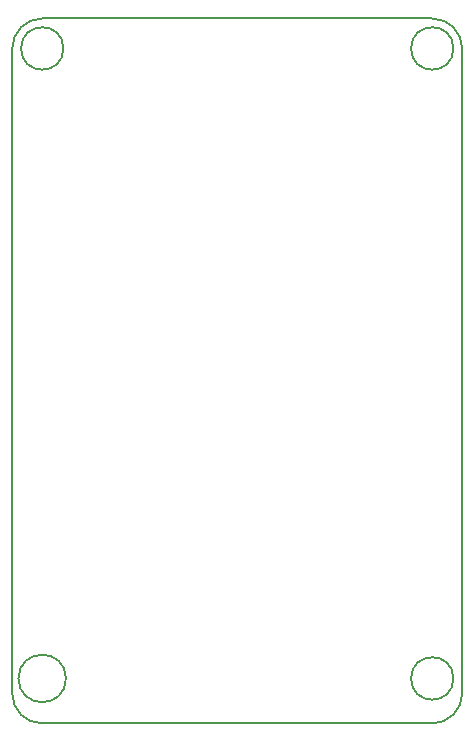
<source format=gbr>
G04 #@! TF.FileFunction,Profile,NP*
%FSLAX46Y46*%
G04 Gerber Fmt 4.6, Leading zero omitted, Abs format (unit mm)*
G04 Created by KiCad (PCBNEW 4.0.4-stable) date 07/08/18 17:05:10*
%MOMM*%
%LPD*%
G01*
G04 APERTURE LIST*
%ADD10C,0.100000*%
%ADD11C,0.150000*%
G04 APERTURE END LIST*
D10*
D11*
X116308046Y-129540000D02*
G75*
G03X116308046Y-129540000I-2008046J0D01*
G01*
X149116051Y-129540000D02*
G75*
G03X149116051Y-129540000I-1796051J0D01*
G01*
X149116051Y-76200000D02*
G75*
G03X149116051Y-76200000I-1796051J0D01*
G01*
X116096051Y-76200000D02*
G75*
G03X116096051Y-76200000I-1796051J0D01*
G01*
X147320000Y-133350000D02*
G75*
G03X149860000Y-130810000I0J2540000D01*
G01*
X111760000Y-130810000D02*
G75*
G03X114300000Y-133350000I2540000J0D01*
G01*
X114300000Y-73660000D02*
G75*
G03X111760000Y-76200000I0J-2540000D01*
G01*
X149860000Y-76200000D02*
G75*
G03X147320000Y-73660000I-2540000J0D01*
G01*
X111760000Y-81280000D02*
X111760000Y-76200000D01*
X118110000Y-73660000D02*
X114300000Y-73660000D01*
X143510000Y-73660000D02*
X147320000Y-73660000D01*
X149860000Y-130810000D02*
X149860000Y-76200000D01*
X114300000Y-133350000D02*
X147320000Y-133350000D01*
X111760000Y-130810000D02*
X111760000Y-81280000D01*
X143510000Y-73660000D02*
X118110000Y-73660000D01*
M02*

</source>
